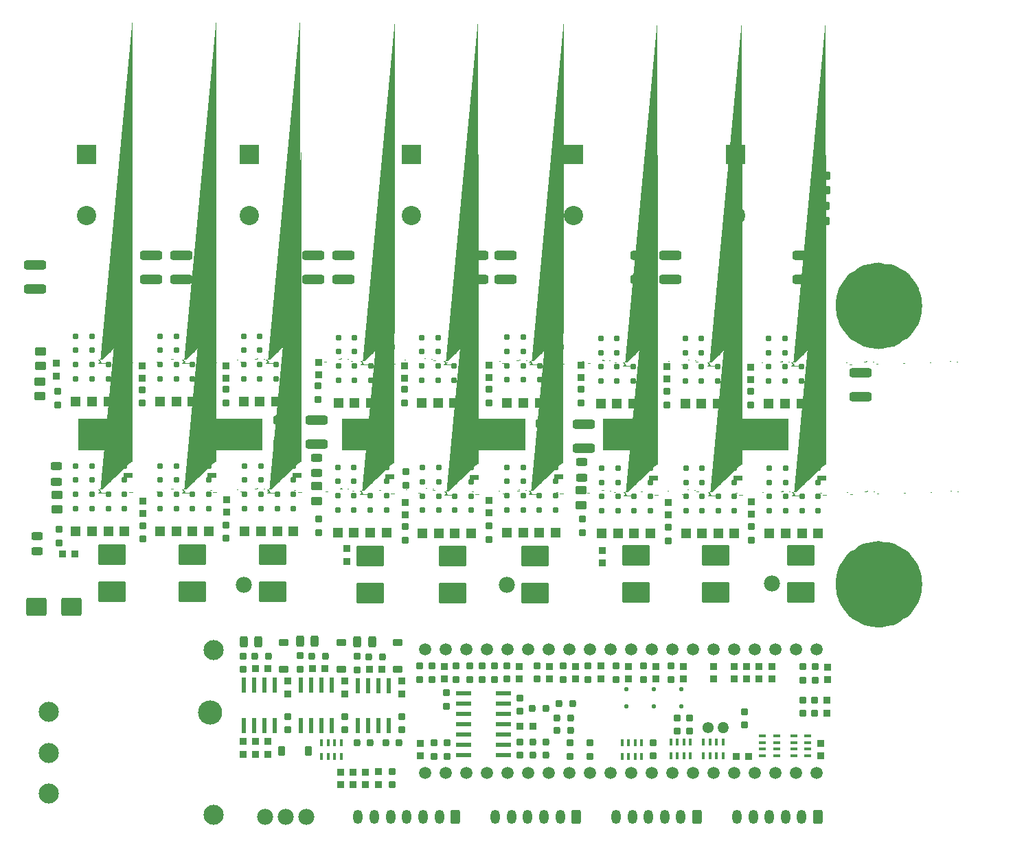
<source format=gbr>
%TF.GenerationSoftware,KiCad,Pcbnew,7.0.2-0*%
%TF.CreationDate,2023-08-29T20:24:27-04:00*%
%TF.ProjectId,MP2_DFN,4d50325f-4446-44e2-9e6b-696361645f70,rev?*%
%TF.SameCoordinates,Original*%
%TF.FileFunction,Soldermask,Top*%
%TF.FilePolarity,Negative*%
%FSLAX46Y46*%
G04 Gerber Fmt 4.6, Leading zero omitted, Abs format (unit mm)*
G04 Created by KiCad (PCBNEW 7.0.2-0) date 2023-08-29 20:24:27*
%MOMM*%
%LPD*%
G01*
G04 APERTURE LIST*
G04 Aperture macros list*
%AMRoundRect*
0 Rectangle with rounded corners*
0 $1 Rounding radius*
0 $2 $3 $4 $5 $6 $7 $8 $9 X,Y pos of 4 corners*
0 Add a 4 corners polygon primitive as box body*
4,1,4,$2,$3,$4,$5,$6,$7,$8,$9,$2,$3,0*
0 Add four circle primitives for the rounded corners*
1,1,$1+$1,$2,$3*
1,1,$1+$1,$4,$5*
1,1,$1+$1,$6,$7*
1,1,$1+$1,$8,$9*
0 Add four rect primitives between the rounded corners*
20,1,$1+$1,$2,$3,$4,$5,0*
20,1,$1+$1,$4,$5,$6,$7,0*
20,1,$1+$1,$6,$7,$8,$9,0*
20,1,$1+$1,$8,$9,$2,$3,0*%
%AMFreePoly0*
4,1,217,3.898453,3.715000,3.911988,3.710597,3.915082,3.710106,3.927653,3.710106,3.937854,3.702694,3.940638,3.701275,3.952627,3.697374,3.960011,3.687202,3.962227,3.684985,3.972394,3.677598,3.976291,3.665606,3.977710,3.662821,3.985116,3.652619,3.985111,3.640049,3.985601,3.636954,3.990000,3.623416,3.990000,2.376584,3.985595,2.363027,3.985106,2.359937,3.985106,2.347347,
3.977706,2.337162,3.976285,2.334374,3.972394,2.322400,3.962210,2.315001,3.959998,2.312789,3.952598,2.302603,3.940625,2.298713,3.937837,2.297293,3.927653,2.289894,3.915063,2.289894,3.911973,2.289405,3.898415,2.285000,2.850000,2.285000,2.842929,2.282071,2.840000,2.275000,2.840000,1.725000,2.842929,1.717929,2.850000,1.715000,3.898415,1.715000,3.911973,1.710595,
3.915063,1.710106,3.927653,1.710106,3.937837,1.702706,3.940625,1.701285,3.952599,1.697394,3.959998,1.687211,3.962211,1.684998,3.972394,1.677599,3.976285,1.665625,3.977706,1.662837,3.985106,1.652652,3.985106,1.640062,3.985595,1.636972,3.990000,1.623414,3.990000,0.376584,3.985595,0.363027,3.985106,0.359937,3.985106,0.347347,3.977706,0.337162,3.976285,0.334374,
3.972394,0.322400,3.962210,0.315001,3.959998,0.312789,3.952598,0.302603,3.940625,0.298713,3.937837,0.297293,3.927653,0.289894,3.915063,0.289894,3.911973,0.289405,3.898415,0.285000,2.850000,0.285000,2.842929,0.282071,2.840000,0.275000,2.840000,-0.275000,2.842929,-0.282071,2.850000,-0.285000,3.898415,-0.285000,3.911973,-0.289405,3.915063,-0.289894,3.927653,-0.289894,
3.937837,-0.297293,3.940625,-0.298713,3.952598,-0.302603,3.959998,-0.312789,3.962210,-0.315001,3.972394,-0.322400,3.976285,-0.334374,3.977706,-0.337162,3.985106,-0.347347,3.985106,-0.359937,3.985595,-0.363027,3.990000,-0.376584,3.990000,-1.623414,3.985595,-1.636972,3.985106,-1.640062,3.985106,-1.652652,3.977706,-1.662837,3.976285,-1.665625,3.972394,-1.677599,3.962211,-1.684998,
3.959998,-1.687211,3.952599,-1.697394,3.940625,-1.701285,3.937837,-1.702706,3.927653,-1.710106,3.915063,-1.710106,3.911973,-1.710595,3.898415,-1.715000,2.850000,-1.715000,2.842929,-1.717929,2.840000,-1.725000,2.840000,-2.275000,2.842929,-2.282071,2.850000,-2.285000,3.898415,-2.285000,3.911973,-2.289405,3.915063,-2.289894,3.927653,-2.289894,3.937837,-2.297293,3.940625,-2.298713,
3.952598,-2.302603,3.959998,-2.312789,3.962210,-2.315001,3.972394,-2.322400,3.976285,-2.334374,3.977706,-2.337162,3.985106,-2.347347,3.985106,-2.359937,3.985595,-2.363027,3.990000,-2.376584,3.990000,-3.623416,3.985601,-3.636954,3.985111,-3.640049,3.985116,-3.652619,3.977710,-3.662821,3.976291,-3.665606,3.972394,-3.677598,3.962227,-3.684985,3.960011,-3.687202,3.952627,-3.697374,
3.940638,-3.701275,3.937854,-3.702694,3.927653,-3.710106,3.915082,-3.710106,3.911988,-3.710597,3.898453,-3.715000,2.661620,-3.715499,2.648043,-3.711094,2.644957,-3.710606,2.632347,-3.710606,2.622178,-3.703218,2.619386,-3.701796,2.607430,-3.697916,2.600015,-3.687719,2.597805,-3.685510,2.587604,-3.678098,2.583719,-3.666143,2.582297,-3.663353,2.574904,-3.653186,2.574899,-3.640576,
2.574410,-3.637490,2.570000,-3.623915,2.570000,-3.600490,2.567071,-3.593419,2.560001,-3.590490,-2.748425,-3.590000,-2.761976,-3.585596,-2.765067,-3.585106,-2.777653,-3.585106,-2.787841,-3.577703,-2.790629,-3.576283,-2.802603,-3.572391,-2.810000,-3.562209,-2.812213,-3.559996,-2.822394,-3.552599,-2.826286,-3.540621,-2.827707,-3.537833,-2.835108,-3.527644,-2.835107,-3.515059,-2.835597,-3.511968,
-2.840000,-3.498417,-2.840000,3.498417,-2.835597,3.511968,-2.835107,3.515059,-2.835108,3.527644,-2.827707,3.537833,-2.826286,3.540621,-2.822394,3.552599,-2.812213,3.559996,-2.810000,3.562209,-2.802603,3.572391,-2.790629,3.576283,-2.787841,3.577703,-2.777653,3.585106,-2.765067,3.585106,-2.761976,3.585596,-2.748425,3.590000,2.560001,3.590490,2.567072,3.593420,2.570000,3.600490,
2.570000,3.623915,2.574410,3.637490,2.574899,3.640576,2.574904,3.653186,2.582297,3.663353,2.583719,3.666143,2.587604,3.678098,2.597805,3.685510,2.600015,3.687719,2.607430,3.697916,2.619386,3.701796,2.622178,3.703218,2.632347,3.710606,2.644957,3.710606,2.648043,3.711094,2.661620,3.715499,3.898453,3.715000,3.898453,3.715000,$1*%
G04 Aperture macros list end*
%ADD10C,5.348756*%
%ADD11RoundRect,0.215000X-0.250000X0.225000X-0.250000X-0.225000X0.250000X-0.225000X0.250000X0.225000X0*%
%ADD12RoundRect,0.215000X-0.375000X0.225000X-0.375000X-0.225000X0.375000X-0.225000X0.375000X0.225000X0*%
%ADD13RoundRect,0.190000X0.275000X-0.200000X0.275000X0.200000X-0.275000X0.200000X-0.275000X-0.200000X0*%
%ADD14C,1.980000*%
%ADD15RoundRect,0.118750X1.546250X-1.158750X1.546250X1.158750X-1.546250X1.158750X-1.546250X-1.158750X0*%
%ADD16RoundRect,0.240000X-1.100000X0.325000X-1.100000X-0.325000X1.100000X-0.325000X1.100000X0.325000X0*%
%ADD17RoundRect,0.240000X-0.262500X-0.450000X0.262500X-0.450000X0.262500X0.450000X-0.262500X0.450000X0*%
%ADD18RoundRect,0.240000X0.450000X-0.262500X0.450000X0.262500X-0.450000X0.262500X-0.450000X-0.262500X0*%
%ADD19RoundRect,0.102500X0.112500X-0.187500X0.112500X0.187500X-0.112500X0.187500X-0.112500X-0.187500X0*%
%ADD20R,1.230000X1.260000*%
%ADD21C,0.780000*%
%ADD22FreePoly0,90.000000*%
%ADD23R,0.880000X0.380000*%
%ADD24RoundRect,0.215000X0.250000X-0.225000X0.250000X0.225000X-0.250000X0.225000X-0.250000X-0.225000X0*%
%ADD25RoundRect,0.190000X-0.275000X0.200000X-0.275000X-0.200000X0.275000X-0.200000X0.275000X0.200000X0*%
%ADD26RoundRect,0.190000X-0.200000X-0.275000X0.200000X-0.275000X0.200000X0.275000X-0.200000X0.275000X0*%
%ADD27RoundRect,0.240000X1.100000X-0.325000X1.100000X0.325000X-1.100000X0.325000X-1.100000X-0.325000X0*%
%ADD28C,2.480000*%
%ADD29RoundRect,0.240000X-0.450000X0.262500X-0.450000X-0.262500X0.450000X-0.262500X0.450000X0.262500X0*%
%ADD30RoundRect,0.215000X-0.225000X-0.250000X0.225000X-0.250000X0.225000X0.250000X-0.225000X0.250000X0*%
%ADD31RoundRect,0.240000X0.350000X0.625000X-0.350000X0.625000X-0.350000X-0.625000X0.350000X-0.625000X0*%
%ADD32O,1.180000X1.730000*%
%ADD33R,2.380000X2.380000*%
%ADD34C,2.380000*%
%ADD35RoundRect,0.190000X0.200000X0.275000X-0.200000X0.275000X-0.200000X-0.275000X0.200000X-0.275000X0*%
%ADD36C,2.980000*%
%ADD37R,0.380000X0.880000*%
%ADD38RoundRect,0.215000X0.225000X0.250000X-0.225000X0.250000X-0.225000X-0.250000X0.225000X-0.250000X0*%
%ADD39RoundRect,0.240000X-0.475000X0.250000X-0.475000X-0.250000X0.475000X-0.250000X0.475000X0.250000X0*%
%ADD40RoundRect,0.240000X-1.000000X-0.900000X1.000000X-0.900000X1.000000X0.900000X-1.000000X0.900000X0*%
%ADD41C,1.380000*%
%ADD42O,1.380000X1.380000*%
%ADD43C,1.504000*%
%ADD44RoundRect,0.215000X0.225000X0.375000X-0.225000X0.375000X-0.225000X-0.375000X0.225000X-0.375000X0*%
%ADD45RoundRect,0.140000X0.825000X0.150000X-0.825000X0.150000X-0.825000X-0.150000X0.825000X-0.150000X0*%
%ADD46RoundRect,0.140000X0.150000X-0.825000X0.150000X0.825000X-0.150000X0.825000X-0.150000X-0.825000X0*%
%ADD47RoundRect,0.208750X-0.256250X0.218750X-0.256250X-0.218750X0.256250X-0.218750X0.256250X0.218750X0*%
%ADD48R,5.980000X3.980000*%
G04 APERTURE END LIST*
D10*
X157674378Y-56650000D02*
G75*
G03*
X157674378Y-56650000I-2674378J0D01*
G01*
X157674378Y-91000000D02*
G75*
G03*
X157674378Y-91000000I-2674378J0D01*
G01*
D11*
%TO.C,C7*%
X101400000Y-101125000D03*
X101400000Y-102675000D03*
%TD*%
D12*
%TO.C,D2*%
X88700000Y-98150000D03*
X88700000Y-101450000D03*
%TD*%
D13*
%TO.C,R33*%
X129400000Y-102725000D03*
X129400000Y-101075000D03*
%TD*%
D11*
%TO.C,C27*%
X89125000Y-102950000D03*
X89125000Y-104500000D03*
%TD*%
D13*
%TO.C,RG11*%
X96621300Y-85531250D03*
X96621300Y-83881250D03*
%TD*%
D14*
%TO.C,TpGND1*%
X76750000Y-91030000D03*
%TD*%
D15*
%TO.C,SHA2*%
X80271500Y-91885800D03*
X80271500Y-87310800D03*
%TD*%
D16*
%TO.C,CD5*%
X118617000Y-71245400D03*
X118617000Y-74195400D03*
%TD*%
D13*
%TO.C,RG5*%
X64262000Y-85400550D03*
X64262000Y-83750550D03*
%TD*%
D17*
%TO.C,R7*%
X83612500Y-98050000D03*
X85437500Y-98050000D03*
%TD*%
D11*
%TO.C,C18*%
X134600000Y-101125000D03*
X134600000Y-102675000D03*
%TD*%
D18*
%TO.C,R3*%
X148367800Y-42414800D03*
X148367800Y-40589800D03*
%TD*%
D19*
%TO.C,D4*%
X123850000Y-106050000D03*
X123850000Y-103950000D03*
%TD*%
D20*
%TO.C,QA5*%
X76699000Y-68473300D03*
D21*
X76699000Y-60403300D03*
X76699000Y-62153300D03*
X76699000Y-63903300D03*
X76699000Y-65653300D03*
X78699000Y-60403300D03*
X78699000Y-62153300D03*
X78699000Y-63903300D03*
X78699000Y-65653300D03*
D22*
X79699000Y-63593300D03*
D21*
X80699000Y-60403300D03*
X80699000Y-62153300D03*
X80699000Y-63903300D03*
X80699000Y-65653300D03*
X82699000Y-60403300D03*
X82699000Y-62153300D03*
X82699000Y-63903300D03*
X82699000Y-65653300D03*
D20*
X78699000Y-68473300D03*
X80699000Y-68473300D03*
X82699000Y-68473300D03*
%TD*%
D23*
%TO.C,RN4*%
X146219000Y-112128260D03*
X146219000Y-111328260D03*
X146219000Y-110528260D03*
X146219000Y-109728260D03*
X144519000Y-109728260D03*
X144519000Y-110528260D03*
X144519000Y-111328260D03*
X144519000Y-112128260D03*
%TD*%
D24*
%TO.C,CGS16*%
X120904000Y-88392000D03*
X120904000Y-86842000D03*
%TD*%
D25*
%TO.C,R36*%
X100150000Y-110575000D03*
X100150000Y-112225000D03*
%TD*%
D20*
%TO.C,QB3*%
X98637500Y-68627200D03*
D21*
X98637500Y-60557200D03*
X98637500Y-62307200D03*
X98637500Y-64057200D03*
X98637500Y-65807200D03*
X100637500Y-60557200D03*
X100637500Y-62307200D03*
X100637500Y-64057200D03*
X100637500Y-65807200D03*
D22*
X101637500Y-63747200D03*
D21*
X102637500Y-60557200D03*
X102637500Y-62307200D03*
X102637500Y-64057200D03*
X102637500Y-65807200D03*
X104637500Y-60557200D03*
X104637500Y-62307200D03*
X104637500Y-64057200D03*
X104637500Y-65807200D03*
D20*
X100637500Y-68627200D03*
X102637500Y-68627200D03*
X104637500Y-68627200D03*
%TD*%
D13*
%TO.C,RG13*%
X118293500Y-68605400D03*
X118293500Y-66955400D03*
%TD*%
D24*
%TO.C,C23*%
X127500000Y-102675000D03*
X127500000Y-101125000D03*
%TD*%
%TO.C,CGS17*%
X129032000Y-82423000D03*
X129032000Y-80873000D03*
%TD*%
D13*
%TO.C,RG2*%
X64205000Y-68633800D03*
X64205000Y-66983800D03*
%TD*%
D20*
%TO.C,QC1*%
X120726000Y-68747800D03*
D21*
X120726000Y-60677800D03*
X120726000Y-62427800D03*
X120726000Y-64177800D03*
X120726000Y-65927800D03*
X122726000Y-60677800D03*
X122726000Y-62427800D03*
X122726000Y-64177800D03*
X122726000Y-65927800D03*
D22*
X123726000Y-63867800D03*
D21*
X124726000Y-60677800D03*
X124726000Y-62427800D03*
X124726000Y-64177800D03*
X124726000Y-65927800D03*
X126726000Y-60677800D03*
X126726000Y-62427800D03*
X126726000Y-64177800D03*
X126726000Y-65927800D03*
D20*
X122726000Y-68747800D03*
X124726000Y-68747800D03*
X126726000Y-68747800D03*
%TD*%
D11*
%TO.C,C19*%
X148650000Y-101225000D03*
X148650000Y-102775000D03*
%TD*%
D25*
%TO.C,R39*%
X119400000Y-110575000D03*
X119400000Y-112225000D03*
%TD*%
D26*
%TO.C,R20*%
X112325000Y-112050000D03*
X113975000Y-112050000D03*
%TD*%
%TO.C,R23*%
X112275000Y-106300000D03*
X113925000Y-106300000D03*
%TD*%
D27*
%TO.C,CX2*%
X65250000Y-53395200D03*
X65250000Y-50445200D03*
%TD*%
D25*
%TO.C,R37*%
X116900000Y-110575000D03*
X116900000Y-112225000D03*
%TD*%
D28*
%TO.C,U6*%
X52654000Y-111813260D03*
X52654000Y-106733260D03*
X72974000Y-99113260D03*
X72974000Y-119433260D03*
%TD*%
D11*
%TO.C,CGS4*%
X85900000Y-63625000D03*
X85900000Y-65175000D03*
%TD*%
D29*
%TO.C,RS3*%
X118300000Y-79400000D03*
X118300000Y-81225000D03*
%TD*%
D13*
%TO.C,R17*%
X98400000Y-102725000D03*
X98400000Y-101075000D03*
%TD*%
D20*
%TO.C,QB1*%
X88359300Y-68635000D03*
D21*
X88359300Y-60565000D03*
X88359300Y-62315000D03*
X88359300Y-64065000D03*
X88359300Y-65815000D03*
X90359300Y-60565000D03*
X90359300Y-62315000D03*
X90359300Y-64065000D03*
X90359300Y-65815000D03*
D22*
X91359300Y-63755000D03*
D21*
X92359300Y-60565000D03*
X92359300Y-62315000D03*
X92359300Y-64065000D03*
X92359300Y-65815000D03*
X94359300Y-60565000D03*
X94359300Y-62315000D03*
X94359300Y-64065000D03*
X94359300Y-65815000D03*
D20*
X90359300Y-68635000D03*
X92359300Y-68635000D03*
X94359300Y-68635000D03*
%TD*%
D11*
%TO.C,C33*%
X120700000Y-101100000D03*
X120700000Y-102650000D03*
%TD*%
D13*
%TO.C,R35*%
X122600000Y-102725000D03*
X122600000Y-101075000D03*
%TD*%
D30*
%TO.C,CGS10*%
X54325000Y-87300000D03*
X55875000Y-87300000D03*
%TD*%
D24*
%TO.C,CGS12*%
X74600000Y-82100000D03*
X74600000Y-80550000D03*
%TD*%
D20*
%TO.C,QC4*%
X131202600Y-84736400D03*
D21*
X131202600Y-76666400D03*
X131202600Y-78416400D03*
X131202600Y-80166400D03*
X131202600Y-81916400D03*
X133202600Y-76666400D03*
X133202600Y-78416400D03*
X133202600Y-80166400D03*
X133202600Y-81916400D03*
D22*
X134202600Y-79856400D03*
D21*
X135202600Y-76666400D03*
X135202600Y-78416400D03*
X135202600Y-80166400D03*
X135202600Y-81916400D03*
X137202600Y-76666400D03*
X137202600Y-78416400D03*
X137202600Y-80166400D03*
X137202600Y-81916400D03*
D20*
X133202600Y-84736400D03*
X135202600Y-84736400D03*
X137202600Y-84736400D03*
%TD*%
D31*
%TO.C,J4*%
X117700000Y-119700000D03*
D32*
X115700000Y-119700000D03*
X113700000Y-119700000D03*
X111700000Y-119700000D03*
X109700000Y-119700000D03*
X107700000Y-119700000D03*
%TD*%
D33*
%TO.C,CR1*%
X57350000Y-38000000D03*
D34*
X57350000Y-45500000D03*
%TD*%
D13*
%TO.C,R27*%
X99900000Y-102725000D03*
X99900000Y-101075000D03*
%TD*%
%TO.C,R32*%
X101710000Y-106025000D03*
X101710000Y-104375000D03*
%TD*%
D35*
%TO.C,R22*%
X117250000Y-105700000D03*
X115600000Y-105700000D03*
%TD*%
D26*
%TO.C,R43*%
X90655000Y-110555000D03*
X92305000Y-110555000D03*
%TD*%
D13*
%TO.C,RG8*%
X96526400Y-68619600D03*
X96526400Y-66969600D03*
%TD*%
%TO.C,R40*%
X147100000Y-106925000D03*
X147100000Y-105275000D03*
%TD*%
D36*
%TO.C,TpGND4*%
X72569000Y-106778260D03*
%TD*%
D20*
%TO.C,QA3*%
X66377500Y-68473300D03*
D21*
X66377500Y-60403300D03*
X66377500Y-62153300D03*
X66377500Y-63903300D03*
X66377500Y-65653300D03*
X68377500Y-60403300D03*
X68377500Y-62153300D03*
X68377500Y-63903300D03*
X68377500Y-65653300D03*
D22*
X69377500Y-63593300D03*
D21*
X70377500Y-60403300D03*
X70377500Y-62153300D03*
X70377500Y-63903300D03*
X70377500Y-65653300D03*
X72377500Y-60403300D03*
X72377500Y-62153300D03*
X72377500Y-63903300D03*
X72377500Y-65653300D03*
D20*
X68377500Y-68473300D03*
X70377500Y-68473300D03*
X72377500Y-68473300D03*
%TD*%
D29*
%TO.C,R14*%
X148291600Y-44349000D03*
X148291600Y-46174000D03*
%TD*%
D37*
%TO.C,RN2*%
X125750000Y-110500000D03*
X124950000Y-110500000D03*
X124150000Y-110500000D03*
X123350000Y-110500000D03*
X123350000Y-112200000D03*
X124150000Y-112200000D03*
X124950000Y-112200000D03*
X125750000Y-112200000D03*
%TD*%
D24*
%TO.C,CGS18*%
X139319000Y-82375000D03*
X139319000Y-80825000D03*
%TD*%
%TO.C,C6*%
X147869000Y-112153260D03*
X147869000Y-110603260D03*
%TD*%
D11*
%TO.C,CGS5*%
X96500000Y-64025000D03*
X96500000Y-65575000D03*
%TD*%
D13*
%TO.C,RG1*%
X53778200Y-68873600D03*
X53778200Y-67223600D03*
%TD*%
D25*
%TO.C,R29*%
X101800000Y-110575000D03*
X101800000Y-112225000D03*
%TD*%
D13*
%TO.C,RG12*%
X106934000Y-85468250D03*
X106934000Y-83818250D03*
%TD*%
D14*
%TO.C,TpGND2*%
X109100000Y-91100000D03*
%TD*%
D13*
%TO.C,R34*%
X126000000Y-102725000D03*
X126000000Y-101075000D03*
%TD*%
D15*
%TO.C,SHB1*%
X92322300Y-92047500D03*
X92322300Y-87472500D03*
%TD*%
D11*
%TO.C,CGS7*%
X118300000Y-63950000D03*
X118300000Y-65500000D03*
%TD*%
D15*
%TO.C,SHA1*%
X60459500Y-91885800D03*
X60459500Y-87310800D03*
%TD*%
D13*
%TO.C,R48*%
X82125000Y-108950000D03*
X82125000Y-107300000D03*
%TD*%
D24*
%TO.C,C10*%
X88630000Y-115695000D03*
X88630000Y-114145000D03*
%TD*%
D29*
%TO.C,RS2*%
X85670000Y-78877500D03*
X85670000Y-80702500D03*
%TD*%
D37*
%TO.C,RN3*%
X135769000Y-110478260D03*
X134969000Y-110478260D03*
X134169000Y-110478260D03*
X133369000Y-110478260D03*
X133369000Y-112178260D03*
X134169000Y-112178260D03*
X134969000Y-112178260D03*
X135769000Y-112178260D03*
%TD*%
D13*
%TO.C,R50*%
X89125000Y-108975000D03*
X89125000Y-107325000D03*
%TD*%
D20*
%TO.C,QB4*%
X98724400Y-84696500D03*
D21*
X98724400Y-76626500D03*
X98724400Y-78376500D03*
X98724400Y-80126500D03*
X98724400Y-81876500D03*
X100724400Y-76626500D03*
X100724400Y-78376500D03*
X100724400Y-80126500D03*
X100724400Y-81876500D03*
D22*
X101724400Y-79816500D03*
D21*
X102724400Y-76626500D03*
X102724400Y-78376500D03*
X102724400Y-80126500D03*
X102724400Y-81876500D03*
X104724400Y-76626500D03*
X104724400Y-78376500D03*
X104724400Y-80126500D03*
X104724400Y-81876500D03*
D20*
X100724400Y-84696500D03*
X102724400Y-84696500D03*
X104724400Y-84696500D03*
%TD*%
D15*
%TO.C,SHB3*%
X112642300Y-92047500D03*
X112642300Y-87472500D03*
%TD*%
D11*
%TO.C,CGS3*%
X74500000Y-64025000D03*
X74500000Y-65575000D03*
%TD*%
D13*
%TO.C,R16*%
X102900000Y-102725000D03*
X102900000Y-101075000D03*
%TD*%
%TO.C,R25*%
X107625000Y-102725000D03*
X107625000Y-101075000D03*
%TD*%
D19*
%TO.C,D5*%
X127250000Y-106050000D03*
X127250000Y-103950000D03*
%TD*%
D27*
%TO.C,CX3*%
X69000000Y-53395200D03*
X69000000Y-50445200D03*
%TD*%
D13*
%TO.C,R24*%
X104550000Y-102725000D03*
X104550000Y-101075000D03*
%TD*%
D17*
%TO.C,R5*%
X76687500Y-98100000D03*
X78512500Y-98100000D03*
%TD*%
D13*
%TO.C,R28*%
X131669000Y-109115760D03*
X131669000Y-107465760D03*
%TD*%
D23*
%TO.C,RN1*%
X140669000Y-109728260D03*
X140669000Y-110528260D03*
X140669000Y-111328260D03*
X140669000Y-112128260D03*
X142369000Y-112128260D03*
X142369000Y-111328260D03*
X142369000Y-110528260D03*
X142369000Y-109728260D03*
%TD*%
D13*
%TO.C,R31*%
X110750000Y-106675000D03*
X110750000Y-105025000D03*
%TD*%
D24*
%TO.C,C15*%
X140250000Y-102675000D03*
X140250000Y-101125000D03*
%TD*%
D15*
%TO.C,SHA3*%
X70365500Y-91885800D03*
X70365500Y-87310800D03*
%TD*%
%TO.C,SHC3*%
X145342000Y-92007900D03*
X145342000Y-87432900D03*
%TD*%
D13*
%TO.C,RG16*%
X118410000Y-84620000D03*
X118410000Y-82970000D03*
%TD*%
D26*
%TO.C,R19*%
X112325000Y-110450000D03*
X113975000Y-110450000D03*
%TD*%
D13*
%TO.C,R6*%
X119100000Y-102725000D03*
X119100000Y-101075000D03*
%TD*%
D16*
%TO.C,CD4*%
X114020700Y-71158000D03*
X114020700Y-74108000D03*
%TD*%
%TO.C,CD3*%
X81692800Y-70713800D03*
X81692800Y-73663800D03*
%TD*%
D24*
%TO.C,C14*%
X138700000Y-102675000D03*
X138700000Y-101125000D03*
%TD*%
D30*
%TO.C,C20*%
X110775000Y-108550000D03*
X112325000Y-108550000D03*
%TD*%
D13*
%TO.C,R52*%
X96150000Y-108975000D03*
X96150000Y-107325000D03*
%TD*%
D31*
%TO.C,J2*%
X132600000Y-119700000D03*
D32*
X130600000Y-119700000D03*
X128600000Y-119700000D03*
X126600000Y-119700000D03*
X124600000Y-119700000D03*
X122600000Y-119700000D03*
%TD*%
D14*
%TO.C,U7*%
X79320000Y-119675000D03*
X81860000Y-119675000D03*
X84400000Y-119675000D03*
%TD*%
D11*
%TO.C,CGS8*%
X128900000Y-64150000D03*
X128900000Y-65700000D03*
%TD*%
D38*
%TO.C,C17*%
X138975000Y-112200000D03*
X137425000Y-112200000D03*
%TD*%
D11*
%TO.C,C26*%
X82119000Y-102950000D03*
X82119000Y-104500000D03*
%TD*%
%TO.C,C29*%
X117600000Y-101150000D03*
X117600000Y-102700000D03*
%TD*%
D15*
%TO.C,SHB2*%
X102450000Y-92047500D03*
X102450000Y-87472500D03*
%TD*%
D24*
%TO.C,C24*%
X124100000Y-102675000D03*
X124100000Y-101125000D03*
%TD*%
D13*
%TO.C,R15*%
X145650000Y-102825000D03*
X145650000Y-101175000D03*
%TD*%
D27*
%TO.C,CX5*%
X89000000Y-53395200D03*
X89000000Y-50445200D03*
%TD*%
D39*
%TO.C,CS1*%
X53620000Y-76460000D03*
X53620000Y-78360000D03*
%TD*%
D25*
%TO.C,R30*%
X110750000Y-110425000D03*
X110750000Y-112075000D03*
%TD*%
D40*
%TO.C,D7*%
X51150000Y-93800000D03*
X55450000Y-93800000D03*
%TD*%
D11*
%TO.C,CGS15*%
X106900000Y-80650000D03*
X106900000Y-82200000D03*
%TD*%
D24*
%TO.C,C25*%
X98500000Y-112175000D03*
X98500000Y-110625000D03*
%TD*%
D27*
%TO.C,CX8*%
X125750000Y-53395200D03*
X125750000Y-50445200D03*
%TD*%
D25*
%TO.C,R9*%
X130169000Y-107465760D03*
X130169000Y-109115760D03*
%TD*%
D30*
%TO.C,C3*%
X92200000Y-101450000D03*
X93750000Y-101450000D03*
%TD*%
D12*
%TO.C,D1*%
X81600000Y-98150000D03*
X81600000Y-101450000D03*
%TD*%
D31*
%TO.C,J1*%
X102800000Y-119700000D03*
D32*
X100800000Y-119700000D03*
X98800000Y-119700000D03*
X96800000Y-119700000D03*
X94800000Y-119700000D03*
X92800000Y-119700000D03*
X90800000Y-119700000D03*
%TD*%
D11*
%TO.C,CGS14*%
X96600000Y-80900000D03*
X96600000Y-82450000D03*
%TD*%
D26*
%TO.C,R45*%
X85125000Y-99900000D03*
X86775000Y-99900000D03*
%TD*%
D20*
%TO.C,QC3*%
X131114600Y-68747800D03*
D21*
X131114600Y-60677800D03*
X131114600Y-62427800D03*
X131114600Y-64177800D03*
X131114600Y-65927800D03*
X133114600Y-60677800D03*
X133114600Y-62427800D03*
X133114600Y-64177800D03*
X133114600Y-65927800D03*
D22*
X134114600Y-63867800D03*
D21*
X135114600Y-60677800D03*
X135114600Y-62427800D03*
X135114600Y-64177800D03*
X135114600Y-65927800D03*
X137114600Y-60677800D03*
X137114600Y-62427800D03*
X137114600Y-64177800D03*
X137114600Y-65927800D03*
D20*
X133114600Y-68747800D03*
X135114600Y-68747800D03*
X137114600Y-68747800D03*
%TD*%
D13*
%TO.C,R38*%
X147150000Y-102825000D03*
X147150000Y-101175000D03*
%TD*%
D24*
%TO.C,CGS11*%
X64262000Y-82300000D03*
X64262000Y-80750000D03*
%TD*%
D26*
%TO.C,R21*%
X115325000Y-107500000D03*
X116975000Y-107500000D03*
%TD*%
D27*
%TO.C,CX20*%
X145750000Y-53395200D03*
X145750000Y-50445200D03*
%TD*%
D19*
%TO.C,D6*%
X130650000Y-106050000D03*
X130650000Y-103950000D03*
%TD*%
D24*
%TO.C,C8*%
X90155000Y-115695000D03*
X90155000Y-114145000D03*
%TD*%
D13*
%TO.C,RG18*%
X139319000Y-85555650D03*
X139319000Y-83905650D03*
%TD*%
D11*
%TO.C,CGS6*%
X106900000Y-63950000D03*
X106900000Y-65500000D03*
%TD*%
D13*
%TO.C,RG4*%
X53956000Y-85878400D03*
X53956000Y-84228400D03*
%TD*%
%TO.C,RG3*%
X74506500Y-68630450D03*
X74506500Y-66980450D03*
%TD*%
D11*
%TO.C,C30*%
X114400000Y-101150000D03*
X114400000Y-102700000D03*
%TD*%
D30*
%TO.C,C1*%
X78125000Y-101400000D03*
X79675000Y-101400000D03*
%TD*%
D24*
%TO.C,C12*%
X79700000Y-111950000D03*
X79700000Y-110400000D03*
%TD*%
D13*
%TO.C,RG17*%
X129031000Y-85618650D03*
X129031000Y-83968650D03*
%TD*%
D25*
%TO.C,R49*%
X83675000Y-99825000D03*
X83675000Y-101475000D03*
%TD*%
D30*
%TO.C,C2*%
X85175000Y-101425000D03*
X86725000Y-101425000D03*
%TD*%
D13*
%TO.C,RG6*%
X74506500Y-85337550D03*
X74506500Y-83687550D03*
%TD*%
%TO.C,RG9*%
X106940400Y-68594200D03*
X106940400Y-66944200D03*
%TD*%
%TO.C,R26*%
X109150000Y-102700000D03*
X109150000Y-101050000D03*
%TD*%
D26*
%TO.C,R42*%
X94225000Y-110545000D03*
X95875000Y-110545000D03*
%TD*%
D13*
%TO.C,R67*%
X95000000Y-115725000D03*
X95000000Y-114075000D03*
%TD*%
D11*
%TO.C,CGS2*%
X64200000Y-64050000D03*
X64200000Y-65600000D03*
%TD*%
D24*
%TO.C,C22*%
X130900000Y-102675000D03*
X130900000Y-101125000D03*
%TD*%
D13*
%TO.C,TH1*%
X96650000Y-78750000D03*
X96650000Y-77100000D03*
%TD*%
D39*
%TO.C,C5*%
X51200000Y-85050000D03*
X51200000Y-86950000D03*
%TD*%
%TO.C,CS2*%
X85670000Y-75380000D03*
X85670000Y-77280000D03*
%TD*%
D12*
%TO.C,D3*%
X95650000Y-98175000D03*
X95650000Y-101475000D03*
%TD*%
D33*
%TO.C,CR2*%
X77350000Y-38000000D03*
D34*
X77350000Y-45500000D03*
%TD*%
D20*
%TO.C,QC5*%
X141427000Y-68747800D03*
D21*
X141427000Y-60677800D03*
X141427000Y-62427800D03*
X141427000Y-64177800D03*
X141427000Y-65927800D03*
X143427000Y-60677800D03*
X143427000Y-62427800D03*
X143427000Y-64177800D03*
X143427000Y-65927800D03*
D22*
X144427000Y-63867800D03*
D21*
X145427000Y-60677800D03*
X145427000Y-62427800D03*
X145427000Y-64177800D03*
X145427000Y-65927800D03*
X147427000Y-60677800D03*
X147427000Y-62427800D03*
X147427000Y-64177800D03*
X147427000Y-65927800D03*
D20*
X143427000Y-68747800D03*
X145427000Y-68747800D03*
X147427000Y-68747800D03*
%TD*%
D33*
%TO.C,CR3*%
X97350000Y-38000000D03*
D34*
X97350000Y-45500000D03*
%TD*%
D13*
%TO.C,R11*%
X112850000Y-102675000D03*
X112850000Y-101025000D03*
%TD*%
D20*
%TO.C,QA2*%
X56003500Y-84475300D03*
D21*
X56003500Y-76405300D03*
X56003500Y-78155300D03*
X56003500Y-79905300D03*
X56003500Y-81655300D03*
X58003500Y-76405300D03*
X58003500Y-78155300D03*
X58003500Y-79905300D03*
X58003500Y-81655300D03*
D22*
X59003500Y-79595300D03*
D21*
X60003500Y-76405300D03*
X60003500Y-78155300D03*
X60003500Y-79905300D03*
X60003500Y-81655300D03*
X62003500Y-76405300D03*
X62003500Y-78155300D03*
X62003500Y-79905300D03*
X62003500Y-81655300D03*
D20*
X58003500Y-84475300D03*
X60003500Y-84475300D03*
X62003500Y-84475300D03*
%TD*%
D26*
%TO.C,R44*%
X78075000Y-99850000D03*
X79725000Y-99850000D03*
%TD*%
D24*
%TO.C,C13*%
X78175000Y-111950000D03*
X78175000Y-110400000D03*
%TD*%
D13*
%TO.C,RG15*%
X139191000Y-68848550D03*
X139191000Y-67198550D03*
%TD*%
D26*
%TO.C,R18*%
X115325000Y-109000000D03*
X116975000Y-109000000D03*
%TD*%
D25*
%TO.C,R41*%
X106100000Y-101075000D03*
X106100000Y-102725000D03*
%TD*%
D14*
%TO.C,TpGND3*%
X141800000Y-90900000D03*
%TD*%
D13*
%TO.C,R4*%
X145600000Y-106925000D03*
X145600000Y-105275000D03*
%TD*%
D11*
%TO.C,C28*%
X96150000Y-102950000D03*
X96150000Y-104500000D03*
%TD*%
D24*
%TO.C,C11*%
X76650000Y-111950000D03*
X76650000Y-110400000D03*
%TD*%
%TO.C,C16*%
X141800000Y-102675000D03*
X141800000Y-101125000D03*
%TD*%
D20*
%TO.C,QA1*%
X56003500Y-68473300D03*
D21*
X56003500Y-60403300D03*
X56003500Y-62153300D03*
X56003500Y-63903300D03*
X56003500Y-65653300D03*
X58003500Y-60403300D03*
X58003500Y-62153300D03*
X58003500Y-63903300D03*
X58003500Y-65653300D03*
D22*
X59003500Y-63593300D03*
D21*
X60003500Y-60403300D03*
X60003500Y-62153300D03*
X60003500Y-63903300D03*
X60003500Y-65653300D03*
X62003500Y-60403300D03*
X62003500Y-62153300D03*
X62003500Y-63903300D03*
X62003500Y-65653300D03*
D20*
X58003500Y-68473300D03*
X60003500Y-68473300D03*
X62003500Y-68473300D03*
%TD*%
D29*
%TO.C,RS1*%
X53638500Y-79946200D03*
X53638500Y-81771200D03*
%TD*%
D25*
%TO.C,RG10*%
X85900000Y-82975000D03*
X85900000Y-84625000D03*
%TD*%
D41*
%TO.C,NTC1*%
X133914000Y-108678260D03*
D42*
X135814000Y-108678260D03*
%TD*%
D13*
%TO.C,RG7*%
X85858400Y-68187800D03*
X85858400Y-66537800D03*
%TD*%
D20*
%TO.C,QA4*%
X66377500Y-84475300D03*
D21*
X66377500Y-76405300D03*
X66377500Y-78155300D03*
X66377500Y-79905300D03*
X66377500Y-81655300D03*
X68377500Y-76405300D03*
X68377500Y-78155300D03*
X68377500Y-79905300D03*
X68377500Y-81655300D03*
D22*
X69377500Y-79595300D03*
D21*
X70377500Y-76405300D03*
X70377500Y-78155300D03*
X70377500Y-79905300D03*
X70377500Y-81655300D03*
X72377500Y-76405300D03*
X72377500Y-78155300D03*
X72377500Y-79905300D03*
X72377500Y-81655300D03*
D20*
X68377500Y-84475300D03*
X70377500Y-84475300D03*
X72377500Y-84475300D03*
%TD*%
D25*
%TO.C,R47*%
X76650000Y-99850000D03*
X76650000Y-101500000D03*
%TD*%
D43*
%TO.C,U5*%
X147329000Y-99028260D03*
X144789000Y-99028260D03*
X142249000Y-99028260D03*
X139709000Y-99028260D03*
X137169000Y-99028260D03*
X134629000Y-99028260D03*
X132089000Y-99028260D03*
X129549000Y-99028260D03*
X127009000Y-99028260D03*
X124469000Y-99028260D03*
X121929000Y-99028260D03*
X119389000Y-99028260D03*
X116849000Y-99028260D03*
X114309000Y-99028260D03*
X111769000Y-99028260D03*
X109229000Y-99028260D03*
X106689000Y-99028260D03*
X104149000Y-99028260D03*
X101609000Y-99028260D03*
X99069000Y-99028260D03*
X99069000Y-114268260D03*
X101609000Y-114268260D03*
X104149000Y-114268260D03*
X106689000Y-114268260D03*
X109229000Y-114268260D03*
X111769000Y-114268260D03*
X114285395Y-114278253D03*
X116849000Y-114268260D03*
X119389000Y-114268260D03*
X121929000Y-114268260D03*
X124469000Y-114268260D03*
X127009000Y-114268260D03*
X129549000Y-114268260D03*
X132089000Y-114268260D03*
X134629000Y-114268260D03*
X137169000Y-114268260D03*
X139709000Y-114268260D03*
X142249000Y-114268260D03*
X144789000Y-114268260D03*
X147329000Y-114268260D03*
%TD*%
D11*
%TO.C,CGS9*%
X139200000Y-64200000D03*
X139200000Y-65750000D03*
%TD*%
D37*
%TO.C,RN7*%
X86300000Y-112200000D03*
X87100000Y-112200000D03*
X87900000Y-112200000D03*
X88700000Y-112200000D03*
X88700000Y-110500000D03*
X87900000Y-110500000D03*
X87100000Y-110500000D03*
X86300000Y-110500000D03*
%TD*%
D27*
%TO.C,CX6*%
X105500000Y-53395200D03*
X105500000Y-50445200D03*
%TD*%
D20*
%TO.C,QB5*%
X109175600Y-68611400D03*
D21*
X109175600Y-60541400D03*
X109175600Y-62291400D03*
X109175600Y-64041400D03*
X109175600Y-65791400D03*
X111175600Y-60541400D03*
X111175600Y-62291400D03*
X111175600Y-64041400D03*
X111175600Y-65791400D03*
D22*
X112175600Y-63731400D03*
D21*
X113175600Y-60541400D03*
X113175600Y-62291400D03*
X113175600Y-64041400D03*
X113175600Y-65791400D03*
X115175600Y-60541400D03*
X115175600Y-62291400D03*
X115175600Y-64041400D03*
X115175600Y-65791400D03*
D20*
X111175600Y-68611400D03*
X113175600Y-68611400D03*
X115175600Y-68611400D03*
%TD*%
D27*
%TO.C,CX4*%
X85250000Y-53395200D03*
X85250000Y-50445200D03*
%TD*%
D15*
%TO.C,SHC2*%
X134844000Y-92007900D03*
X134844000Y-87432900D03*
%TD*%
D26*
%TO.C,R46*%
X92150000Y-99925000D03*
X93800000Y-99925000D03*
%TD*%
D44*
%TO.C,D11*%
X84675000Y-111575000D03*
X81375000Y-111575000D03*
%TD*%
D25*
%TO.C,R12*%
X138419000Y-106703260D03*
X138419000Y-108353260D03*
%TD*%
D45*
%TO.C,U4*%
X108725000Y-112070000D03*
X108725000Y-110800000D03*
X108725000Y-109530000D03*
X108725000Y-108260000D03*
X108725000Y-106990000D03*
X108725000Y-105720000D03*
X108725000Y-104450000D03*
X103775000Y-104450000D03*
X103775000Y-105720000D03*
X103775000Y-106990000D03*
X103775000Y-108260000D03*
X103775000Y-109530000D03*
X103775000Y-110800000D03*
X103775000Y-112070000D03*
%TD*%
D39*
%TO.C,CS3*%
X118330000Y-75920000D03*
X118330000Y-77820000D03*
%TD*%
D46*
%TO.C,U1*%
X76714000Y-108400000D03*
X77984000Y-108400000D03*
X79254000Y-108400000D03*
X80524000Y-108400000D03*
X80524000Y-103450000D03*
X79254000Y-103450000D03*
X77984000Y-103450000D03*
X76714000Y-103450000D03*
%TD*%
D20*
%TO.C,QB6*%
X109133700Y-84637000D03*
D21*
X109133700Y-76567000D03*
X109133700Y-78317000D03*
X109133700Y-80067000D03*
X109133700Y-81817000D03*
X111133700Y-76567000D03*
X111133700Y-78317000D03*
X111133700Y-80067000D03*
X111133700Y-81817000D03*
D22*
X112133700Y-79757000D03*
D21*
X113133700Y-76567000D03*
X113133700Y-78317000D03*
X113133700Y-80067000D03*
X113133700Y-81817000D03*
X115133700Y-76567000D03*
X115133700Y-78317000D03*
X115133700Y-80067000D03*
X115133700Y-81817000D03*
D20*
X111133700Y-84637000D03*
X113133700Y-84637000D03*
X115133700Y-84637000D03*
%TD*%
D11*
%TO.C,C4*%
X148600000Y-105325000D03*
X148600000Y-106875000D03*
%TD*%
D46*
%TO.C,U2*%
X83720000Y-108400000D03*
X84990000Y-108400000D03*
X86260000Y-108400000D03*
X87530000Y-108400000D03*
X87530000Y-103450000D03*
X86260000Y-103450000D03*
X84990000Y-103450000D03*
X83720000Y-103450000D03*
%TD*%
D47*
%TO.C,D9*%
X93300000Y-114100000D03*
X93300000Y-115675000D03*
%TD*%
D20*
%TO.C,QA6*%
X76831500Y-84475300D03*
D21*
X76831500Y-76405300D03*
X76831500Y-78155300D03*
X76831500Y-79905300D03*
X76831500Y-81655300D03*
X78831500Y-76405300D03*
X78831500Y-78155300D03*
X78831500Y-79905300D03*
X78831500Y-81655300D03*
D22*
X79831500Y-79595300D03*
D21*
X80831500Y-76405300D03*
X80831500Y-78155300D03*
X80831500Y-79905300D03*
X80831500Y-81655300D03*
X82831500Y-76405300D03*
X82831500Y-78155300D03*
X82831500Y-79905300D03*
X82831500Y-81655300D03*
D20*
X78831500Y-84475300D03*
X80831500Y-84475300D03*
X82831500Y-84475300D03*
%TD*%
D24*
%TO.C,C9*%
X91680000Y-115695000D03*
X91680000Y-114145000D03*
%TD*%
D13*
%TO.C,RG14*%
X128889500Y-68851900D03*
X128889500Y-67201900D03*
%TD*%
D20*
%TO.C,QB2*%
X88296800Y-84637000D03*
D21*
X88296800Y-76567000D03*
X88296800Y-78317000D03*
X88296800Y-80067000D03*
X88296800Y-81817000D03*
X90296800Y-76567000D03*
X90296800Y-78317000D03*
X90296800Y-80067000D03*
X90296800Y-81817000D03*
D22*
X91296800Y-79757000D03*
D21*
X92296800Y-76567000D03*
X92296800Y-78317000D03*
X92296800Y-80067000D03*
X92296800Y-81817000D03*
X94296800Y-76567000D03*
X94296800Y-78317000D03*
X94296800Y-80067000D03*
X94296800Y-81817000D03*
D20*
X90296800Y-84637000D03*
X92296800Y-84637000D03*
X94296800Y-84637000D03*
%TD*%
D37*
%TO.C,RN5*%
X129369000Y-112190760D03*
X130169000Y-112190760D03*
X130969000Y-112190760D03*
X131769000Y-112190760D03*
X131769000Y-110490760D03*
X130969000Y-110490760D03*
X130169000Y-110490760D03*
X129369000Y-110490760D03*
%TD*%
D20*
%TO.C,QC2*%
X120825800Y-84736400D03*
D21*
X120825800Y-76666400D03*
X120825800Y-78416400D03*
X120825800Y-80166400D03*
X120825800Y-81916400D03*
X122825800Y-76666400D03*
X122825800Y-78416400D03*
X122825800Y-80166400D03*
X122825800Y-81916400D03*
D22*
X123825800Y-79856400D03*
D21*
X124825800Y-76666400D03*
X124825800Y-78416400D03*
X124825800Y-80166400D03*
X124825800Y-81916400D03*
X126825800Y-76666400D03*
X126825800Y-78416400D03*
X126825800Y-80166400D03*
X126825800Y-81916400D03*
D20*
X122825800Y-84736400D03*
X124825800Y-84736400D03*
X126825800Y-84736400D03*
%TD*%
D27*
%TO.C,CX1*%
X51000000Y-54600000D03*
X51000000Y-51650000D03*
%TD*%
D31*
%TO.C,J3*%
X147500000Y-119700000D03*
D32*
X145500000Y-119700000D03*
X143500000Y-119700000D03*
X141500000Y-119700000D03*
X139500000Y-119700000D03*
X137500000Y-119700000D03*
%TD*%
D25*
%TO.C,R51*%
X90700000Y-99875000D03*
X90700000Y-101525000D03*
%TD*%
D11*
%TO.C,C32*%
X110700000Y-101125000D03*
X110700000Y-102675000D03*
%TD*%
D24*
%TO.C,CGS1*%
X53594000Y-65304000D03*
X53594000Y-63754000D03*
%TD*%
D11*
%TO.C,C21*%
X137150000Y-101125000D03*
X137150000Y-102675000D03*
%TD*%
D33*
%TO.C,CR5*%
X137350000Y-38000000D03*
D34*
X137350000Y-45500000D03*
%TD*%
D29*
%TO.C,R1*%
X51600000Y-65975000D03*
X51600000Y-67800000D03*
%TD*%
D15*
%TO.C,SHC1*%
X125022000Y-92007900D03*
X125022000Y-87432900D03*
%TD*%
D27*
%TO.C,CX9*%
X129250000Y-53395200D03*
X129250000Y-50445200D03*
%TD*%
D16*
%TO.C,CD2*%
X85655200Y-70766400D03*
X85655200Y-73716400D03*
%TD*%
D20*
%TO.C,QC6*%
X141508000Y-84736400D03*
D21*
X141508000Y-76666400D03*
X141508000Y-78416400D03*
X141508000Y-80166400D03*
X141508000Y-81916400D03*
X143508000Y-76666400D03*
X143508000Y-78416400D03*
X143508000Y-80166400D03*
X143508000Y-81916400D03*
D22*
X144508000Y-79856400D03*
D21*
X145508000Y-76666400D03*
X145508000Y-78416400D03*
X145508000Y-80166400D03*
X145508000Y-81916400D03*
X147508000Y-76666400D03*
X147508000Y-78416400D03*
X147508000Y-80166400D03*
X147508000Y-81916400D03*
D20*
X143508000Y-84736400D03*
X145508000Y-84736400D03*
X147508000Y-84736400D03*
%TD*%
D27*
%TO.C,CX7*%
X109000000Y-53395200D03*
X109000000Y-50445200D03*
%TD*%
D46*
%TO.C,U3*%
X90745000Y-108425000D03*
X92015000Y-108425000D03*
X93285000Y-108425000D03*
X94555000Y-108425000D03*
X94555000Y-103475000D03*
X93285000Y-103475000D03*
X92015000Y-103475000D03*
X90745000Y-103475000D03*
%TD*%
D11*
%TO.C,CGS13*%
X89408000Y-86614000D03*
X89408000Y-88164000D03*
%TD*%
D16*
%TO.C,CD6*%
X152729300Y-64884900D03*
X152729300Y-67834900D03*
%TD*%
D25*
%TO.C,R13*%
X127200000Y-110525000D03*
X127200000Y-112175000D03*
%TD*%
D33*
%TO.C,CR4*%
X117350000Y-38000000D03*
D34*
X117350000Y-45500000D03*
%TD*%
D17*
%TO.C,R10*%
X90700000Y-98075000D03*
X92525000Y-98075000D03*
%TD*%
D28*
%TO.C,Tp12V1*%
X52700000Y-116800000D03*
%TD*%
D18*
%TO.C,R2*%
X51628200Y-64087500D03*
X51628200Y-62262500D03*
%TD*%
D13*
%TO.C,R8*%
X116100000Y-102725000D03*
X116100000Y-101075000D03*
%TD*%
D48*
%TO.C,PHA_1*%
X59290000Y-72500000D03*
%TD*%
%TO.C,PHB_2*%
X108500000Y-72500000D03*
%TD*%
%TO.C,PHC_2*%
X140850000Y-72500000D03*
%TD*%
%TO.C,PHC_1*%
X123983100Y-72500000D03*
%TD*%
%TO.C,PHB_1*%
X91802000Y-72500000D03*
%TD*%
%TO.C,PHA_2*%
X76054000Y-72500000D03*
%TD*%
M02*

</source>
